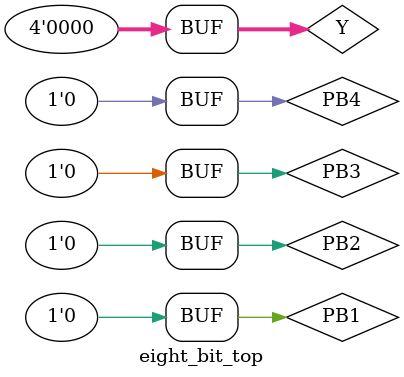
<source format=v>
`timescale 1ns / 1ps


module eight_bit_top;

	// Inputs
	reg PB1;
	reg PB2;
	reg PB3;
	reg PB4;
	reg [3:0] Y;

	// Outputs
	wire [1:0] Z;

	// Instantiate the Unit Under Test (UUT)
	eight_bit_comp uut (
		.PB1(PB1), 
		.PB2(PB2), 
		.PB3(PB3), 
		.PB4(PB4), 
		.Y(Y), 
		.Z(Z)
	);

	initial begin
		// Initialize Inputs
		PB1 = 0;
		PB2 = 0;
		PB3 = 0;
		PB4 = 0;
		Y = 0;

		// Wait 100 ns for global reset to finish
		#100;
        
		// Add stimulus here

	end
      
endmodule


</source>
